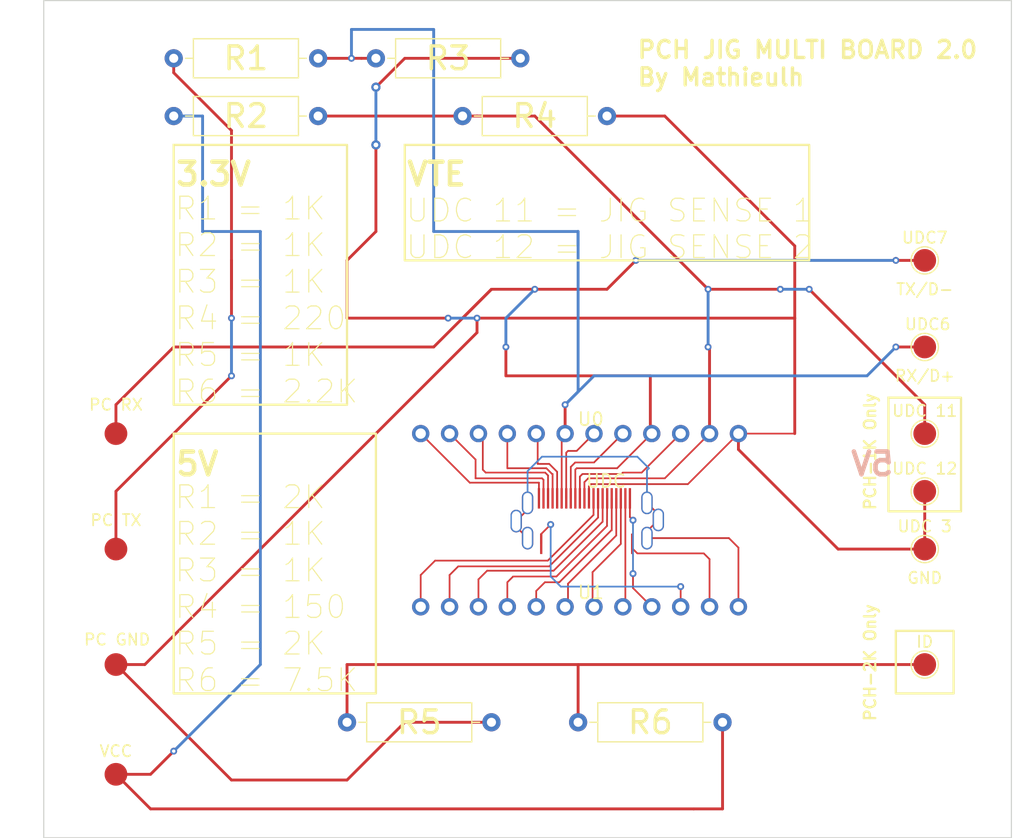
<source format=kicad_pcb>
(kicad_pcb (version 20221018) (generator pcbnew)
  (layers (0 "F.Cu" signal) (31 "B.Cu" signal) (34 "B.Paste" user) (35 "F.Paste" user) (36 "B.SilkS" user "B.Silkscreen") (37 "F.SilkS" user "F.Silkscreen") (38 "B.Mask" user) (39 "F.Mask" user) (44 "Edge.Cuts" user))
  (net 0 "")
  (footprint "TestPoint:TestPoint_Pad_D2.0mm" (layer "F.Cu") (at 109.22 73.66)
    (fp_text reference "UDC 11" (at 0 -1.998) (layer "F.SilkS"))
    (fp_text value "TestPoint_Pad_D2.0mm")
    (fp_circle (center 0 0) (end 0 1.2) (stroke (width 0.12)) (fill none) (layer "F.SilkS"))
    (pad "7" smd circle (at 0 0) (size 2 2) (layers "F.Cu" "F.Mask"))
  )
  (footprint "easyeda:12PAD" (layer "F.Cu") (at 64.897 88.9)
    (fp_text reference "U1" (at 13.716 -1.27) (layer "F.SilkS") (effects (font (size 1.143 1.143) (thickness 0.152)) (justify left)))
    (fp_text value "12pad" hide)
    (pad "1" thru_hole circle (at 0 0) (size 1.524 1.524) (drill 0.914) (layers "*.Cu" "*.Paste" "*.Mask"))
    (pad "2" thru_hole circle (at 2.54 0) (size 1.524 1.524) (drill 0.914) (layers "*.Cu" "*.Paste" "*.Mask"))
    (pad "3" thru_hole circle (at 5.08 0) (size 1.524 1.524) (drill 0.914) (layers "*.Cu" "*.Paste" "*.Mask"))
    (pad "4" thru_hole circle (at 7.62 0) (size 1.524 1.524) (drill 0.914) (layers "*.Cu" "*.Paste" "*.Mask"))
    (pad "5" thru_hole circle (at 10.16 0) (size 1.524 1.524) (drill 0.914) (layers "*.Cu" "*.Paste" "*.Mask"))
    (pad "6" thru_hole circle (at 12.7 0) (size 1.524 1.524) (drill 0.914) (layers "*.Cu" "*.Paste" "*.Mask"))
    (pad "7" thru_hole circle (at 15.24 0) (size 1.524 1.524) (drill 0.914) (layers "*.Cu" "*.Paste" "*.Mask"))
    (pad "8" thru_hole circle (at 17.78 0) (size 1.524 1.524) (drill 0.914) (layers "*.Cu" "*.Paste" "*.Mask"))
    (pad "9" thru_hole circle (at 20.32 0) (size 1.524 1.524) (drill 0.914) (layers "*.Cu" "*.Paste" "*.Mask"))
    (pad "10" thru_hole circle (at 22.86 0) (size 1.524 1.524) (drill 0.914) (layers "*.Cu" "*.Paste" "*.Mask"))
    (pad "11" thru_hole circle (at 25.4 0) (size 1.524 1.524) (drill 0.914) (layers "*.Cu" "*.Paste" "*.Mask"))
    (pad "12" thru_hole circle (at 27.94 0) (size 1.524 1.524) (drill 0.914) (layers "*.Cu" "*.Paste" "*.Mask"))
  )
  (footprint "Resistor_THT:R_Axial_DIN0309_L9.0mm_D3.2mm_P12.70mm_Horizontal" (layer "F.Cu") (at 60.96 40.64)
    (fp_text reference "R3" (at 6.35 0) (layer "F.SilkS") (effects (font (size 2 2) (thickness 0.3))))
    (fp_text value "R_Axial_DIN0309_L9.0mm_D3.2mm_P12.70mm_Horizontal")
    (fp_line (start 1.04 0) (end 1.73 0) (stroke (width 0.12)) (layer "F.SilkS"))
    (fp_line (start 1.73 -1.72) (end 1.73 1.72) (stroke (width 0.12)) (layer "F.SilkS"))
    (fp_line (start 1.73 1.72) (end 10.97 1.72) (stroke (width 0.12)) (layer "F.SilkS"))
    (fp_line (start 10.97 -1.72) (end 1.73 -1.72) (stroke (width 0.12)) (layer "F.SilkS"))
    (fp_line (start 10.97 1.72) (end 10.97 -1.72) (stroke (width 0.12)) (layer "F.SilkS"))
    (fp_line (start 11.66 0) (end 10.97 0) (stroke (width 0.12)) (layer "F.SilkS"))
    (pad "1" thru_hole circle (at 0 0) (size 1.6 1.6) (drill 0.8) (layers "*.Cu" "*.Mask"))
    (pad "2" thru_hole oval (at 12.7 0) (size 1.6 1.6) (drill 0.8) (layers "*.Cu" "*.Mask"))
  )
  (footprint "TestPoint:TestPoint_Pad_D2.0mm" (layer "F.Cu") (at 109.22 78.74)
    (fp_text reference "UDC 12" (at 0 -1.998) (layer "F.SilkS"))
    (fp_text value "TestPoint_Pad_D2.0mm")
    (fp_circle (center 0 0) (end 0 1.2) (stroke (width 0.12)) (fill none) (layer "F.SilkS"))
    (pad "8" smd circle (at 0 0) (size 2 2) (layers "F.Cu" "F.Mask"))
  )
  (footprint "" (layer "F.Cu") (at 38.1 103.637944)
    (fp_text reference "" (at 0 0) (layer "F.SilkS") (effects (font (size 1.27 1.27))))
    (fp_text value "" (at 0 0) (layer "F.SilkS") (effects (font (size 1.27 1.27))))
    (pad "4" smd circle (at 0 0) (size 2 2) (layers "F.Cu" "F.Mask"))
  )
  (footprint "Resistor_THT:R_Axial_DIN0309_L9.0mm_D3.2mm_P12.70mm_Horizontal" (layer "F.Cu") (at 58.42 99.06)
    (fp_text reference "R5" (at 6.35 0) (layer "F.SilkS") (effects (font (size 2 2) (thickness 0.3))))
    (fp_text value "R_Axial_DIN0309_L9.0mm_D3.2mm_P12.70mm_Horizontal")
    (fp_line (start 1.04 0) (end 1.73 0) (stroke (width 0.12)) (layer "F.SilkS"))
    (fp_line (start 1.73 -1.72) (end 1.73 1.72) (stroke (width 0.12)) (layer "F.SilkS"))
    (fp_line (start 1.73 1.72) (end 10.97 1.72) (stroke (width 0.12)) (layer "F.SilkS"))
    (fp_line (start 10.97 -1.72) (end 1.73 -1.72) (stroke (width 0.12)) (layer "F.SilkS"))
    (fp_line (start 10.97 1.72) (end 10.97 -1.72) (stroke (width 0.12)) (layer "F.SilkS"))
    (fp_line (start 11.66 0) (end 10.97 0) (stroke (width 0.12)) (layer "F.SilkS"))
    (pad "1" thru_hole circle (at 0 0) (size 1.6 1.6) (drill 0.8) (layers "*.Cu" "*.Mask"))
    (pad "2" thru_hole oval (at 12.7 0) (size 1.6 1.6) (drill 0.8) (layers "*.Cu" "*.Mask"))
  )
  (footprint "TestPoint:TestPoint_Pad_D2.0mm" (layer "F.Cu") (at 109.22 58.42)
    (fp_text reference "UDC7" (at 0 -1.998) (layer "F.SilkS"))
    (fp_text value "TestPoint_Pad_D2.0mm")
    (fp_circle (center 0 0) (end 0 1.2) (stroke (width 0.12)) (fill none) (layer "F.SilkS"))
    (pad "5" smd circle (at 0 0) (size 2 2) (layers "F.Cu" "F.Mask"))
  )
  (footprint "TestPoint:TestPoint_Pad_D2.0mm" (layer "F.Cu") (at 109.22 93.98)
    (fp_text reference "ID" (at 0 -1.998) (layer "F.SilkS"))
    (fp_text value "TestPoint_Pad_D2.0mm")
    (fp_circle (center 0 0) (end 0 1.2) (stroke (width 0.12)) (fill none) (layer "F.SilkS"))
    (pad "9" smd circle (at 0 0) (size 2 2) (layers "F.Cu" "F.Mask"))
  )
  (footprint "TestPoint:TestPoint_Pad_D2.0mm" (layer "F.Cu") (at 109.22 83.82)
    (fp_text reference "UDC 3" (at 0 -1.998) (layer "F.SilkS"))
    (fp_text value "TestPoint_Pad_D2.0mm")
    (fp_circle (center 0 0) (end 0 1.2) (stroke (width 0.12)) (fill none) (layer "F.SilkS"))
    (pad "9" smd circle (at 0 0) (size 2 2) (layers "F.Cu" "F.Mask"))
  )
  (footprint "Resistor_THT:R_Axial_DIN0309_L9.0mm_D3.2mm_P12.70mm_Horizontal" (layer "F.Cu") (at 68.58 45.72)
    (fp_text reference "R4" (at 6.35 0) (layer "F.SilkS") (effects (font (size 2 2) (thickness 0.3))))
    (fp_text value "R_Axial_DIN0309_L9.0mm_D3.2mm_P12.70mm_Horizontal")
    (fp_line (start 1.04 0) (end 1.73 0) (stroke (width 0.12)) (layer "F.SilkS"))
    (fp_line (start 1.73 -1.72) (end 1.73 1.72) (stroke (width 0.12)) (layer "F.SilkS"))
    (fp_line (start 1.73 1.72) (end 10.97 1.72) (stroke (width 0.12)) (layer "F.SilkS"))
    (fp_line (start 10.97 -1.72) (end 1.73 -1.72) (stroke (width 0.12)) (layer "F.SilkS"))
    (fp_line (start 10.97 1.72) (end 10.97 -1.72) (stroke (width 0.12)) (layer "F.SilkS"))
    (fp_line (start 11.66 0) (end 10.97 0) (stroke (width 0.12)) (layer "F.SilkS"))
    (pad "1" thru_hole circle (at 0 0) (size 1.6 1.6) (drill 0.8) (layers "*.Cu" "*.Mask"))
    (pad "2" thru_hole oval (at 12.7 0) (size 1.6 1.6) (drill 0.8) (layers "*.Cu" "*.Mask"))
  )
  (footprint "TestPoint:TestPoint_Pad_D2.0mm" (layer "F.Cu") (at 109.22 66.04)
    (fp_text reference "UDC6" (at 0.26 -1.998) (layer "F.SilkS"))
    (fp_text value "TestPoint_Pad_D2.0mm")
    (fp_circle (center 0 0) (end 0 1.2) (stroke (width 0.12)) (fill none) (layer "F.SilkS"))
    (pad "6" smd circle (at 0 0) (size 2 2) (layers "F.Cu" "F.Mask"))
  )
  (footprint "Resistor_THT:R_Axial_DIN0309_L9.0mm_D3.2mm_P12.70mm_Horizontal" (layer "F.Cu") (at 43.18 45.72)
    (fp_text reference "R2" (at 6.35 0) (layer "F.SilkS") (effects (font (size 2 2) (thickness 0.3))))
    (fp_text value "R_Axial_DIN0309_L9.0mm_D3.2mm_P12.70mm_Horizontal")
    (fp_line (start 1.04 0) (end 1.73 0) (stroke (width 0.12)) (layer "F.SilkS"))
    (fp_line (start 1.73 -1.72) (end 1.73 1.72) (stroke (width 0.12)) (layer "F.SilkS"))
    (fp_line (start 1.73 1.72) (end 10.97 1.72) (stroke (width 0.12)) (layer "F.SilkS"))
    (fp_line (start 10.97 -1.72) (end 1.73 -1.72) (stroke (width 0.12)) (layer "F.SilkS"))
    (fp_line (start 10.97 1.72) (end 10.97 -1.72) (stroke (width 0.12)) (layer "F.SilkS"))
    (fp_line (start 11.66 0) (end 10.97 0) (stroke (width 0.12)) (layer "F.SilkS"))
    (pad "1" thru_hole circle (at 0 0) (size 1.6 1.6) (drill 0.8) (layers "*.Cu" "*.Mask"))
    (pad "2" thru_hole oval (at 12.7 0) (size 1.6 1.6) (drill 0.8) (layers "*.Cu" "*.Mask"))
  )
  (footprint "Resistor_THT:R_Axial_DIN0309_L9.0mm_D3.2mm_P12.70mm_Horizontal" (layer "F.Cu") (at 43.18 40.64)
    (fp_text reference "R1" (at 6.35 0) (layer "F.SilkS") (effects (font (size 2 2) (thickness 0.3))))
    (fp_text value "R_Axial_DIN0309_L9.0mm_D3.2mm_P12.70mm_Horizontal")
    (fp_line (start 1.04 0) (end 1.73 0) (stroke (width 0.12)) (layer "F.SilkS"))
    (fp_line (start 1.73 -1.72) (end 1.73 1.72) (stroke (width 0.12)) (layer "F.SilkS"))
    (fp_line (start 1.73 1.72) (end 10.97 1.72) (stroke (width 0.12)) (layer "F.SilkS"))
    (fp_line (start 10.97 -1.72) (end 1.73 -1.72) (stroke (width 0.12)) (layer "F.SilkS"))
    (fp_line (start 10.97 1.72) (end 10.97 -1.72) (stroke (width 0.12)) (layer "F.SilkS"))
    (fp_line (start 11.66 0) (end 10.97 0) (stroke (width 0.12)) (layer "F.SilkS"))
    (pad "1" thru_hole circle (at 0 0) (size 1.6 1.6) (drill 0.8) (layers "*.Cu" "*.Mask"))
    (pad "2" thru_hole oval (at 12.7 0) (size 1.6 1.6) (drill 0.8) (layers "*.Cu" "*.Mask"))
  )
  (footprint "easyeda:12PAD" (layer "F.Cu") (at 64.897 73.66)
    (fp_text reference "U0" (at 13.716 -1.27) (layer "F.SilkS") (effects (font (size 1.143 1.143) (thickness 0.152)) (justify left)))
    (fp_text value "12pad" hide)
    (pad "1" thru_hole circle (at 0 0) (size 1.524 1.524) (drill 0.914) (layers "*.Cu" "*.Paste" "*.Mask"))
    (pad "2" thru_hole circle (at 2.54 0) (size 1.524 1.524) (drill 0.914) (layers "*.Cu" "*.Paste" "*.Mask"))
    (pad "3" thru_hole circle (at 5.08 0) (size 1.524 1.524) (drill 0.914) (layers "*.Cu" "*.Paste" "*.Mask"))
    (pad "4" thru_hole circle (at 7.62 0) (size 1.524 1.524) (drill 0.914) (layers "*.Cu" "*.Paste" "*.Mask"))
    (pad "5" thru_hole circle (at 10.16 0) (size 1.524 1.524) (drill 0.914) (layers "*.Cu" "*.Paste" "*.Mask"))
    (pad "6" thru_hole circle (at 12.7 0) (size 1.524 1.524) (drill 0.914) (layers "*.Cu" "*.Paste" "*.Mask"))
    (pad "7" thru_hole circle (at 15.24 0) (size 1.524 1.524) (drill 0.914) (layers "*.Cu" "*.Paste" "*.Mask"))
    (pad "8" thru_hole circle (at 17.78 0) (size 1.524 1.524) (drill 0.914) (layers "*.Cu" "*.Paste" "*.Mask"))
    (pad "9" thru_hole circle (at 20.32 0) (size 1.524 1.524) (drill 0.914) (layers "*.Cu" "*.Paste" "*.Mask"))
    (pad "10" thru_hole circle (at 22.86 0) (size 1.524 1.524) (drill 0.914) (layers "*.Cu" "*.Paste" "*.Mask"))
    (pad "11" thru_hole circle (at 25.4 0) (size 1.524 1.524) (drill 0.914) (layers "*.Cu" "*.Paste" "*.Mask"))
    (pad "12" thru_hole circle (at 27.94 0) (size 1.524 1.524) (drill 0.914) (layers "*.Cu" "*.Paste" "*.Mask"))
  )
  (footprint "easyeda:VITA_CONNECTOR" (layer "F.Cu") (at 74.295 79.756)
    (fp_text reference "UDC" (at 5.064 -1.924) (layer "F.SilkS") (effects (font (size 1.143 1.143) (thickness 0.152)) (justify left)))
    (fp_text value "Vita_Connector" hide)
    (pad "1" smd rect (at 1 -0.4) (size 0.2 1.8) (layers "F.Cu" "F.Paste" "F.Mask"))
    (pad "2" smd rect (at 1.4 -0.4) (size 0.2 1.8) (layers "F.Cu" "F.Paste" "F.Mask"))
    (pad "3" smd rect (at 1.8 -0.4) (size 0.2 1.8) (layers "F.Cu" "F.Paste" "F.Mask"))
    (pad "4" smd rect (at 2.2 -0.4) (size 0.2 1.8) (layers "F.Cu" "F.Paste" "F.Mask"))
    (pad "5" smd rect (at 2.6 -0.4) (size 0.2 1.8) (layers "F.Cu" "F.Paste" "F.Mask"))
    (pad "6" smd rect (at 3 -0.4) (size 0.2 1.8) (layers "F.Cu" "F.Paste" "F.Mask"))
    (pad "7" smd rect (at 3.4 -0.4) (size 0.2 1.8) (layers "F.Cu" "F.Paste" "F.Mask"))
    (pad "8" smd rect (at 3.8 -0.4) (size 0.2 1.8) (layers "F.Cu" "F.Paste" "F.Mask"))
    (pad "9" smd rect (at 4.2 -0.4) (size 0.2 1.8) (layers "F.Cu" "F.Paste" "F.Mask"))
    (pad "10" smd rect (at 4.6 -0.4) (size 0.2 1.8) (layers "F.Cu" "F.Paste" "F.Mask"))
    (pad "11" smd rect (at 5 -0.4) (size 0.2 1.8) (layers "F.Cu" "F.Paste" "F.Mask"))
    (pad "12" smd rect (at 5.4 -0.4) (size 0.2 1.8) (layers "F.Cu" "F.Paste" "F.Mask"))
    (pad "13" smd rect (at 5.8 -0.4) (size 0.2 1.8) (layers "F.Cu" "F.Paste" "F.Mask"))
    (pad "14" smd rect (at 6.2 -0.4) (size 0.2 1.8) (layers "F.Cu" "F.Paste" "F.Mask"))
    (pad "15" smd rect (at 6.6 -0.4) (size 0.2 1.8) (layers "F.Cu" "F.Paste" "F.Mask"))
    (pad "16" smd rect (at 7 -0.4) (size 0.2 1.8) (layers "F.Cu" "F.Paste" "F.Mask"))
    (pad "17" smd rect (at 7.4 -0.4) (size 0.2 1.8) (layers "F.Cu" "F.Paste" "F.Mask"))
    (pad "18" smd rect (at 7.8 -0.4) (size 0.2 1.8) (layers "F.Cu" "F.Paste" "F.Mask"))
    (pad "19" smd rect (at 8.2 -0.4) (size 0.2 1.8) (layers "F.Cu" "F.Paste" "F.Mask"))
    (pad "20" smd rect (at 8.6 -0.4) (size 0.2 1.8) (layers "F.Cu" "F.Paste" "F.Mask"))
    (pad "21" smd rect (at 9 -0.4) (size 0.2 1.8) (layers "F.Cu" "F.Paste" "F.Mask"))
    (pad "22" smd rect (at 1.2 3.6) (size 0.2 1.8) (layers "F.Cu" "F.Paste" "F.Mask"))
    (pad "23" smd rect (at 9.2 3.6) (size 0.2 1.8) (layers "F.Cu" "F.Paste" "F.Mask"))
    (pad "24" thru_hole oval (at 0 0) (size 1 2) (drill oval 0.75 1.75) (layers "*.Cu" "*.Paste" "*.Mask"))
    (pad "25" thru_hole oval (at 0 3.1) (size 1 2) (drill oval 0.75 1.75) (layers "*.Cu" "*.Paste" "*.Mask"))
    (pad "26" thru_hole oval (at -1 1.6) (size 1 2) (drill oval 0.75 1.75) (layers "*.Cu" "*.Paste" "*.Mask"))
    (pad "27" thru_hole oval (at 10.5 3.1) (size 1 2) (drill oval 0.75 1.75) (layers "*.Cu" "*.Paste" "*.Mask"))
    (pad "28" thru_hole oval (at 10.5 0) (size 1 2) (drill oval 0.75 1.75) (layers "*.Cu" "*.Paste" "*.Mask"))
    (pad "29" thru_hole oval (at 11.5 1.5) (size 1 2) (drill oval 0.75 1.75) (layers "*.Cu" "*.Paste" "*.Mask"))
  )
  (footprint "" (layer "F.Cu") (at 38.1 73.66)
    (fp_text reference "" (at 0 0) (layer "F.SilkS") (effects (font (size 1.27 1.27))))
    (fp_text value "" (at 0 0) (layer "F.SilkS") (effects (font (size 1.27 1.27))))
    (pad "1" smd circle (at 0 0) (size 2 2) (layers "F.Cu" "F.Mask"))
  )
  (footprint "" (layer "F.Cu") (at 38.1 93.98)
    (fp_text reference "" (at 0 0) (layer "F.SilkS") (effects (font (size 1.27 1.27))))
    (fp_text value "" (at 0 0) (layer "F.SilkS") (effects (font (size 1.27 1.27))))
    (pad "3" smd circle (at 0 0) (size 2 2) (layers "F.Cu" "F.Mask"))
  )
  (footprint "Resistor_THT:R_Axial_DIN0309_L9.0mm_D3.2mm_P12.70mm_Horizontal" (layer "F.Cu") (at 78.74 99.06)
    (fp_text reference "R6" (at 6.35 0) (layer "F.SilkS") (effects (font (size 2 2) (thickness 0.3))))
    (fp_text value "R_Axial_DIN0309_L9.0mm_D3.2mm_P12.70mm_Horizontal")
    (fp_line (start 1.04 0) (end 1.73 0) (stroke (width 0.12)) (layer "F.SilkS"))
    (fp_line (start 1.73 -1.72) (end 1.73 1.72) (stroke (width 0.12)) (layer "F.SilkS"))
    (fp_line (start 1.73 1.72) (end 10.97 1.72) (stroke (width 0.12)) (layer "F.SilkS"))
    (fp_line (start 10.97 -1.72) (end 1.73 -1.72) (stroke (width 0.12)) (layer "F.SilkS"))
    (fp_line (start 10.97 1.72) (end 10.97 -1.72) (stroke (width 0.12)) (layer "F.SilkS"))
    (fp_line (start 11.66 0) (end 10.97 0) (stroke (width 0.12)) (layer "F.SilkS"))
    (pad "1" thru_hole circle (at 0 0) (size 1.6 1.6) (drill 0.8) (layers "*.Cu" "*.Mask"))
    (pad "2" thru_hole oval (at 12.7 0) (size 1.6 1.6) (drill 0.8) (layers "*.Cu" "*.Mask"))
  )
  (footprint "" (layer "F.Cu") (at 38.1 83.82)
    (fp_text reference "" (at 0 0) (layer "F.SilkS") (effects (font (size 1.27 1.27))))
    (fp_text value "" (at 0 0) (layer "F.SilkS") (effects (font (size 1.27 1.27))))
    (pad "2" smd circle (at 0 0) (size 2 2) (layers "F.Cu" "F.Mask"))
  )
  (gr_line (start 109.22 93.98) (end 58.42 93.98) (stroke (width 0.25)) (layer "F.Cu"))
  (gr_line (start 58.42 93.98) (end 58.42 99.06) (stroke (width 0.25)) (layer "F.Cu"))
  (gr_rect (start 106.68 91.02) (end 111.76 96.52) (stroke (width 0.2)) (fill none) (layer "F.SilkS"))
  (gr_rect (start 43.18 73.66) (end 60.96 96.52) (stroke (width 0.2)) (fill none) (layer "F.SilkS"))
  (gr_rect (start 43.18 48.26) (end 58.42 71.12) (stroke (width 0.2)) (fill none) (layer "F.SilkS"))
  (gr_rect (start 63.5 48.26) (end 99.06 58.42) (stroke (width 0.2)) (fill none) (layer "F.SilkS"))
  (gr_rect (start 106.03 70.5) (end 112.41 80.5) (stroke (width 0.2)) (fill none) (layer "F.SilkS"))
  (gr_rect (start 31.75 35.56) (end 116.84 109.22) (stroke (width 0.1)) (fill none) (layer "Edge.Cuts"))
  (gr_text "5V" (at 106.68 77.5) (layer "B.SilkS") (effects (font (size 2 2) (thickness 0.4) bold) (justify left bottom mirror)))
  (gr_text "PCH-1K Only" (at 105 80.5 90) (layer "F.SilkS") (effects (font (size 1 1) (thickness 0.2)) (justify left bottom)))
  (gr_text "PC GND" (at 38.202681 91.783349) (layer "F.SilkS") (effects (font (size 1 1))))
  (gr_text "UDC 11 = JIG SENSE 1\nUDC 12 = JIG SENSE 2" (at 63.5 58.42) (layer "F.SilkS") (effects (font (size 2 2) (thickness 0.1)) (justify left bottom)))
  (gr_text "PCH-2K Only" (at 105 99.06 90) (layer "F.SilkS") (effects (font (size 1 1) (thickness 0.2)) (justify left bottom)))
  (gr_text "TX/D-" (at 109.22 60.96) (layer "F.SilkS") (effects (font (size 1 1))))
  (gr_text "VTE" (at 63.5 52) (layer "F.SilkS") (effects (font (size 2 2) (thickness 0.4) bold) (justify left bottom)))
  (gr_text "R1 = 2K\nR2 = 1K\nR3 = 1K\nR4 = 150\nR5 = 2K\nR6 = 7.5K" (at 43.18 96.52) (layer "F.SilkS") (effects (font (size 2 2) (thickness 0.1)) (justify left bottom)))
  (gr_text "PC RX" (at 38.1 71.12) (layer "F.SilkS") (effects (font (size 1 1))))
  (gr_text "GND" (at 109.22 86.36) (layer "F.SilkS") (effects (font (size 1 1))))
  (gr_text "RX/D+" (at 109.22 68.58) (layer "F.SilkS") (effects (font (size 1 1))))
  (gr_text "R1 = 1K\nR2 = 1K	\nR3 = 1K\nR4 = 220\nR5 = 1K\nR6 = 2.2K" (at 43.18 71.12) (layer "F.SilkS") (effects (font (size 2 2) (thickness 0.1)) (justify left bottom)))
  (gr_text "PC TX" (at 38.1 81.28) (layer "F.SilkS") (effects (font (size 1 1))))
  (gr_text "3.3V" (at 43.18 52) (layer "F.SilkS") (effects (font (size 2 2) (thickness 0.4) bold) (justify left bottom)))
  (gr_text "VCC" (at 38.1 101.6) (layer "F.SilkS") (effects (font (size 1 1))))
  (gr_text "PCH JIG MULTI BOARD 2.0\nBy Mathieulh" (at 83.82 43.18) (layer "F.SilkS") (effects (font (size 1.5 1.5) (thickness 0.3) bold) (justify left bottom)))
  (gr_text "5V" (at 43.18 77.5) (layer "F.SilkS") (effects (font (size 2 2) (thickness 0.4) bold) (justify left bottom)))
  (segment (start 76.835 86.233) (end 73.025 86.233) (width 0.15) (layer "F.Cu") (net 0))
  (segment (start 76.095 77.343) (end 75.841 77.089) (width 0.15) (layer "F.Cu") (net 0))
  (segment (start 82.095 79.356) (end 82.095 82.624) (width 0.15) (layer "F.Cu") (net 0))
  (segment (start 82.895 88.682) (end 82.677 88.9) (width 0.15) (layer "F.Cu") (net 0))
  (segment (start 76.2 85.344) (end 68.199 85.344) (width 0.15) (layer "F.Cu") (net 0))
  (segment (start 76.581 85.725) (end 70.739 85.725) (width 0.15) (layer "F.Cu") (net 0))
  (segment (start 79.121 77.216) (end 82.55 77.216) (width 0.15) (layer "F.Cu") (net 0))
  (segment (start 64.897 86.106) (end 64.897 88.9) (width 0.15) (layer "F.Cu") (net 0))
  (segment (start 68.58 45.72) (end 69.85 45.72) (width 0.25) (layer "F.Cu") (net 0))
  (segment (start 83.947 84.201) (end 89.789 84.201) (width 0.15) (layer "F.Cu") (net 0))
  (segment (start 81.695 82.169) (end 81.661 82.169) (width 0.15) (layer "F.Cu") (net 0))
  (segment (start 84.795 82.256) (end 84.795 82.856) (width 0.15) (layer "F.Cu") (net 0))
  (segment (start 48.26 58.42) (end 48.26 46.99) (width 0.25) (layer "F.Cu") (net 0))
  (segment (start 69.85 64.77) (end 40.64 93.98) (width 0.25) (layer "F.Cu") (net 0))
  (segment (start 68.199 85.344) (end 67.437 86.106) (width 0.15) (layer "F.Cu") (net 0))
  (segment (start 69.215 77.978) (end 64.897 73.66) (width 0.15) (layer "F.Cu") (net 0))
  (segment (start 101.6 83.82) (end 109.22 83.82) (width 0.25) (layer "F.Cu") (net 0))
  (segment (start 84.795 82.856) (end 92 82.856) (width 0.15) (layer "F.Cu") (net 0))
  (segment (start 81.295 79.357) (end 81.28 81.788) (width 0.15) (layer "F.Cu") (net 0))
  (segment (start 77.695 75.34) (end 77.851 75.184) (width 0.15) (layer "F.Cu") (net 0))
  (segment (start 76.454 77.216) (end 75.946 76.708) (width 0.15) (layer "F.Cu") (net 0))
  (segment (start 79.695 79.356) (end 79.695 78.293) (width 0.15) (layer "F.Cu") (net 0))
  (segment (start 75.495 82.493) (end 76.327 81.661) (width 0.15) (layer "F.Cu") (net 0))
  (segment (start 84.328 77.089) (end 87.757 73.66) (width 0.15) (layer "F.Cu") (net 0))
  (segment (start 48.26 58.42) (end 48.26 63.5) (width 0.25) (layer "F.Cu") (net 0))
  (segment (start 38.1 78.74) (end 38.1 83.82) (width 0.25) (layer "F.Cu") (net 0))
  (segment (start 48.26 60.96) (end 48.26 58.42) (width 0.25) (layer "F.Cu") (net 0))
  (segment (start 66.04 66.04) (end 71.12 60.96) (width 0.25) (layer "F.Cu") (net 0))
  (segment (start 73.025 86.233) (end 72.517 86.741) (width 0.15) (layer "F.Cu") (net 0))
  (segment (start 76.095 79.356) (end 76.095 77.343) (width 0.15) (layer "F.Cu") (net 0))
  (segment (start 81.28 60.96) (end 83.82 58.42) (width 0.25) (layer "F.Cu") (net 0))
  (segment (start 82.895 79.356) (end 82.895 88.682) (width 0.15) (layer "F.Cu") (net 0))
  (segment (start 70.612 77.089) (end 70.358 76.835) (width 0.15) (layer "F.Cu") (net 0))
  (segment (start 80.095 79.356) (end 80.095 80.814) (width 0.15) (layer "F.Cu") (net 0))
  (segment (start 90.17 60.96) (end 74.93 45.72) (width 0.25) (layer "F.Cu") (net 0))
  (segment (start 73.295 81.856) (end 73.295 81.356) (width 0.15) (layer "F.Cu") (net 0))
  (segment (start 59.69 40.64) (end 60.96 40.64) (width 0.25) (layer "F.Cu") (net 0))
  (segment (start 75.819 86.741) (end 75.057 87.503) (width 0.15) (layer "F.Cu") (net 0))
  (segment (start 83.495 83.749) (end 83.947 84.201) (width 0.15) (layer "F.Cu") (net 0))
  (segment (start 75.295 77.978) (end 69.215 77.978) (width 0.15) (layer "F.Cu") (net 0))
  (segment (start 82.495 83.367) (end 80.01 85.852) (width 0.15) (layer "F.Cu") (net 0))
  (segment (start 80.495 81.049) (end 76.2 85.344) (width 0.15) (layer "F.Cu") (net 0))
  (segment (start 78.895 79.356) (end 78.895 77.442) (width 0.15) (layer "F.Cu") (net 0))
  (segment (start 97.79 57.15) (end 97.79 63.5) (width 0.25) (layer "F.Cu") (net 0))
  (segment (start 74.93 60.96) (end 81.28 60.96) (width 0.25) (layer "F.Cu") (net 0))
  (segment (start 77.695 79.356) (end 77.695 75.34) (width 0.15) (layer "F.Cu") (net 0))
  (segment (start 58.42 58.42) (end 60.96 55.88) (width 0.25) (layer "F.Cu") (net 0))
  (segment (start 75.495 83.356) (end 75.495 82.493) (width 0.15) (layer "F.Cu") (net 0))
  (segment (start 81.28 81.788) (end 76.835 86.233) (width 0.15) (layer "F.Cu") (net 0))
  (segment (start 77.089 86.741) (end 75.819 86.741) (width 0.15) (layer "F.Cu") (net 0))
  (segment (start 75.695 79.356) (end 75.695 77.724) (width 0.15) (layer "F.Cu") (net 0))
  (segment (start 80.01 85.852) (end 80.01 88.773) (width 0.15) (layer "F.Cu") (net 0))
  (segment (start 75.295 79.356) (end 75.295 77.978) (width 0.15) (layer "F.Cu") (net 0))
  (segment (start 79.295 77.931) (end 79.629 77.597) (width 0.15) (layer "F.Cu") (net 0))
  (segment (start 66.167 84.836) (end 64.897 86.106) (width 0.15) (layer "F.Cu") (net 0))
  (segment (start 83.295 81.009) (end 83.566 81.28) (width 0.15) (layer "F.Cu") (net 0))
  (segment (start 81.661 82.169) (end 77.089 86.741) (width 0.15) (layer "F.Cu") (net 0))
  (segment (start 87.757 87.122) (end 87.757 88.9) (width 0.15) (layer "F.Cu") (net 0))
  (segment (start 76.895 77.022) (end 76.2 76.327) (width 0.15) (layer "F.Cu") (net 0))
  (segment (start 85.09 68.58) (end 72.39 68.58) (width 0.25) (layer "F.Cu") (net 0))
  (segment (start 84.795 79.756) (end 85.795 80.756) (width 0.15) (layer "F.Cu") (net 0))
  (segment (start 75.695 77.724) (end 75.568 77.597) (width 0.15) (layer "F.Cu") (net 0))
  (segment (start 40.64 93.98) (end 38.1 93.98) (width 0.25) (layer "F.Cu") (net 0))
  (segment (start 82.095 82.624) (end 77.851 86.868) (width 0.15) (layer "F.Cu") (net 0))
  (segment (start 90.17 60.96) (end 96.52 60.96) (width 0.25) (layer "F.Cu") (net 0))
  (segment (start 79.883 78.105) (end 88.392 78.105) (width 0.15) (layer "F.Cu") (net 0))
  (segment (start 48.26 46.99) (end 43.18 41.91) (width 0.25) (layer "F.Cu") (net 0))
  (segment (start 43.18 101.6) (end 41.142056 103.637944) (width 0.25) (layer "F.Cu") (net 0))
  (segment (start 88.392 78.105) (end 92.837 73.66) (width 0.15) (layer "F.Cu") (net 0))
  (segment (start 48.26 68.58) (end 38.1 78.74) (width 0.25) (layer "F.Cu") (net 0))
  (segment (start 69.723 75.946) (end 67.437 73.66) (width 0.15) (layer "F.Cu") (net 0))
  (segment (start 91.44 99.06) (end 91.44 106.68) (width 0.25) (layer "F.Cu") (net 0))
  (segment (start 80.495 79.356) (end 80.495 81.049) (width 0.15) (layer "F.Cu") (net 0))
  (segment (start 63.5 40.64) (end 73.66 40.64) (width 0.25) (layer "F.Cu") (net 0))
  (segment (start 97.79 63.5) (end 97.79 73.66) (width 0.25) (layer "F.Cu") (net 0))
  (segment (start 77.851 88.646) (end 77.597 88.9) (width 0.15) (layer "F.Cu") (net 0))
  (segment (start 60.96 55.88) (end 60.96 48.26) (width 0.25) (layer "F.Cu") (net 0))
  (segment (start 77.851 86.868) (end 77.851 88.646) (width 0.15) (layer "F.Cu") (net 0))
  (segment (start 41.142056 106.68) (end 38.1 103.637944) (width 0.25) (layer "F.Cu") (net 0))
  (segment (start 77.597 71.12) (end 77.597 73.66) (width 0.25) (layer "F.Cu") (net 0))
  (segment (start 86.36 45.72) (end 81.28 45.72) (width 0.25) (layer "F.Cu") (net 0))
  (segment (start 67.437 86.106) (end 67.437 88.9) (width 0.15) (layer "F.Cu") (net 0))
  (segment (start 81.695 79.356) (end 81.695 82.169) (width 0.15) (layer "F.Cu") (net 0))
  (segment (start 78.486 76.2) (end 80.137 76.2) (width 0.15) (layer "F.Cu") (net 0))
  (segment (start 77.295 73.962) (end 77.597 73.66) (width 0.15) (layer "F.Cu") (net 0))
  (segment (start 78.495 79.356) (end 78.495 76.826) (width 0.15) (layer "F.Cu") (net 0))
  (segment (start 83.495 83.356) (end 83.495 83.749) (width 0.15) (layer "F.Cu") (net 0))
  (segment (start 89.789 84.201) (end 90.297 84.709) (width 0.15) (layer "F.Cu") (net 0))
  (segment (start 69.85 63.5) (end 97.79 63.5) (width 0.25) (layer "F.Cu") (net 0))
  (segment (start 82.495 79.356) (end 82.495 83.367) (width 0.15) (layer "F.Cu") (net 0))
  (segment (start 83.566 87.249) (end 85.217 88.9) (width 0.15) (layer "F.Cu") (net 0))
  (segment (start 80.137 76.2) (end 82.677 73.66) (width 0.15) (layer "F.Cu") (net 0))
  (segment (start 90.297 84.709) (end 90.297 88.9) (width 0.15) (layer "F.Cu") (net 0))
  (segment (start 74.295 82.856) (end 73.295 81.856) (width 0.15) (layer "F.Cu") (net 0))
  (segment (start 41.142056 103.637944) (end 38.1 103.637944) (width 0.25) (layer "F.Cu") (net 0))
  (segment (start 48.26 104.14) (end 38.1 93.98) (width 0.25) (layer "F.Cu") (net 0))
  (segment (start 91.44 106.68) (end 88.9 106.68) (width 0.25) (layer "F.Cu") (net 0))
  (segment (start 90.17 66.04) (end 90.297 66.167) (width 0.25) (layer "F.Cu") (net 0))
  (segment (start 77.295 79.356) (end 77.295 73.962) (width 0.15) (layer "F.Cu") (net 0))
  (segment (start 79.629 77.597) (end 86.36 77.597) (width 0.15) (layer "F.Cu") (net 0))
  (segment (start 85.795 81.256) (end 84.795 82.256) (width 0.15) (layer "F.Cu") (net 0))
  (segment (start 80.895 81.411) (end 76.581 85.725) (width 0.15) (layer "F.Cu") (net 0))
  (segment (start 82.55 77.216) (end 82.677 77.089) (width 0.15) (layer "F.Cu") (net 0))
  (segment (start 106.68 66.04) (end 109.22 66.04) (width 0.25) (layer "F.Cu") (net 0))
  (segment (start 55.88 40.64) (end 59.69 40.64) (width 0.25) (layer "F.Cu") (net 0))
  (segment (start 109.22 78.74) (end 109.22 83.82) (width 0.25) (layer "F.Cu") (net 0))
  (segment (start 68.58 63.5) (end 71.12 60.96) (width 0.25) (layer "F.Cu") (net 0))
  (segment (start 63.5 99.06) (end 58.42 104.14) (width 0.25) (layer "F.Cu") (net 0))
  (segment (start 83.295 79.356) (end 83.295 81.009) (width 0.15) (layer "F.Cu") (net 0))
  (segment (start 101.6 83.82) (end 92.837 75.057) (width 0.25) (layer "F.Cu") (net 0))
  (segment (start 82.677 77.089) (end 84.328 77.089) (width 0.15) (layer "F.Cu") (net 0))
  (segment (start 75.841 77.089) (end 70.612 77.089) (width 0.15) (layer "F.Cu") (net 0))
  (segment (start 106.68 58.42) (end 109.22 58.42) (width 0.25) (layer "F.Cu") (net 0))
  (segment (start 91.44 50.8) (end 97.79 57.15) (width 0.25) (layer "F.Cu") (net 0))
  (segment (start 69.723 77.597) (end 69.723 75.946) (width 0.15) (layer "F.Cu") (net 0))
  (segment (start 91.44 50.8) (end 86.36 45.72) (width 0.25) (layer "F.Cu") (net 0))
  (segment (start 78.895 77.442) (end 79.121 77.216) (width 0.15) (layer "F.Cu") (net 0))
  (segment (start 99.06 60.96) (end 109.22 71.12) (width 0.25) (layer "F.Cu") (net 0))
  (segment (start 92.837 83.693) (end 92.837 88.9) (width 0.15) (layer "F.Cu") (net 0))
  (segment (start 69.977 86.487) (end 69.977 88.9) (width 0.15) (layer "F.Cu") (net 0))
  (segment (start 72.39 68.58) (end 72.39 66.04) (width 0.25) (layer "F.Cu") (net 0))
  (segment (start 38.1 71.12) (end 38.1 73.66) (width 0.25) (layer "F.Cu") (net 0))
  (segment (start 76.495 79.356) (end 76.495 77.216) (width 0.15) (layer "F.Cu") (net 0))
  (segment (start 72.517 76.708) (end 72.517 73.66) (width 0.15) (layer "F.Cu") (net 0))
  (segment (start 75.184 76.327) (end 75.184 73.787) (width 0.15) (layer "F.Cu") (net 0))
  (segment (start 75.946 76.708) (end 72.517 76.708) (width 0.15) (layer "F.Cu") (net 0))
  (segment (start 78.095 79.356) (end 78.095 76.591) (width 0.15) (layer "F.Cu") (net 0))
  (segment (start 85.09 73.66) (end 85.09 68.58) (width 0.25) (layer "F.Cu") (net 0))
  (segment (start 86.36 77.597) (end 90.297 73.66) (width 0.15) (layer "F.Cu") (net 0))
  (segment (start 55.88 45.72) (end 68.58 45.72) (width 0.25) (layer "F.Cu") (net 0))
  (segment (start 80.895 79.356) (end 80.895 81.411) (width 0.15) (layer "F.Cu") (net 0))
  (segment (start 78.74 99.06) (end 78.74 93.98) (width 0.25) (layer "F.Cu") (net 0))
  (segment (start 75.568 77.597) (end 69.723 77.597) (width 0.15) (layer "F.Cu") (net 0))
  (segment (start 78.495 76.826) (end 78.613 76.708) (width 0.15) (layer "F.Cu") (net 0))
  (segment (start 92 82.856) (end 92.837 83.693) (width 0.15) (layer "F.Cu") (net 0))
  (segment (start 43.18 41.91) (end 43.18 40.64) (width 0.25) (layer "F.Cu") (net 0))
  (segment (start 83.566 85.979) (end 83.566 87.249) (width 0.15) (layer "F.Cu") (net 0))
  (segment (start 78.613 76.708) (end 82.169 76.708) (width 0.15) (layer "F.Cu") (net 0))
  (segment (start 92.837 73.66) (end 97.79 73.66) (width 0.15) (layer "F.Cu") (net 0))
  (segment (start 75.057 87.503) (end 75.057 88.9) (width 0.15) (layer "F.Cu") (net 0))
  (segment (start 70.358 76.835) (end 70.358 74.041) (width 0.15) (layer "F.Cu") (net 0))
  (segment (start 58.42 104.14) (end 48.26 104.14) (width 0.25) (layer "F.Cu") (net 0))
  (segment (start 43.18 66.04) (end 66.04 66.04) (width 0.25) (layer "F.Cu") (net 0))
  (segment (start 70.358 74.041) (end 69.977 73.66) (width 0.15) (layer "F.Cu") (net 0))
  (segment (start 78.613 75.184) (end 80.137 73.66) (width 0.15) (layer "F.Cu") (net 0))
  (segment (start 58.42 63.5) (end 67.31 63.5) (width 0.25) (layer "F.Cu") (net 0))
  (segment (start 92.837 75.057) (end 92.837 73.66) (width 0.25) (layer "F.Cu") (net 0))
  (segment (start 85.795 80.756) (end 85.795 81.256) (width 0.15) (layer "F.Cu") (net 0))
  (segment (start 74.295 80.356) (end 74.295 79.756) (width 0.15) (layer "F.Cu") (net 0))
  (segment (start 82.169 76.708) (end 85.217 73.66) (width 0.15) (layer "F.Cu") (net 0))
  (segment (start 79.295 79.356) (end 79.295 77.931) (width 0.15) (layer "F.Cu") (net 0))
  (segment (start 71.12 99.06) (end 63.5 99.06) (width 0.25) (layer "F.Cu") (net 0))
  (segment (start 88.9 106.68) (end 41.142056 106.68) (width 0.25) (layer "F.Cu") (net 0))
  (segment (start 80.095 80.814) (end 76.073 84.836) (width 0.15) (layer "F.Cu") (net 0))
  (segment (start 80.01 88.773) (end 80.137 88.9) (width 0.15) (layer "F.Cu") (net 0))
  (segment (start 75.184 73.787) (end 75.057 73.66) (width 0.15) (layer "F.Cu") (net 0))
  (segment (start 109.22 71.12) (end 109.22 73.66) (width 0.25) (layer "F.Cu") (net 0))
  (segment (start 90.297 66.167) (end 90.297 73.66) (width 0.25) (layer "F.Cu") (net 0))
  (segment (start 73.295 81.356) (end 74.295 80.356) (width 0.15) (layer "F.Cu") (net 0))
  (segment (start 70.739 85.725) (end 69.977 86.487) (width 0.15) (layer "F.Cu") (net 0))
  (segment (start 76.073 84.836) (end 66.167 84.836) (width 0.15) (layer "F.Cu") (net 0))
  (segment (start 71.12 60.96) (end 74.93 60.96) (width 0.25) (layer "F.Cu") (net 0))
  (segment (start 77.851 75.184) (end 78.613 75.184) (width 0.15) (layer "F.Cu") (net 0))
  (segment (start 58.42 63.5) (end 58.42 58.42) (width 0.25) (layer "F.Cu") (net 0))
  (segment (start 69.85 45.72) (end 74.93 45.72) (width 0.25) (layer "F.Cu") (net 0))
  (segment (start 60.96 43.18) (end 63.5 40.64) (width 0.25) (layer "F.Cu") (net 0))
  (segment (start 79.695 78.293) (end 79.883 78.105) (width 0.15) (layer "F.Cu") (net 0))
  (segment (start 76.895 79.356) (end 76.895 77.022) (width 0.15) (layer "F.Cu") (net 0))
  (segment (start 43.18 66.04) (end 38.1 71.12) (width 0.25) (layer "F.Cu") (net 0))
  (segment (start 72.517 86.741) (end 72.517 88.9) (width 0.15) (layer "F.Cu") (net 0))
  (segment (start 76.2 76.327) (end 75.184 76.327) (width 0.15) (layer "F.Cu") (net 0))
  (segment (start 69.85 63.5) (end 69.85 64.77) (width 0.25) (layer "F.Cu") (net 0))
  (segment (start 76.495 77.216) (end 76.454 77.216) (width 0.15) (layer "F.Cu") (net 0))
  (segment (start 78.095 76.591) (end 78.486 76.2) (width 0.15) (layer "F.Cu") (net 0))
  (via (at 77.597 71.12) (size 0.6) (drill 0.3) (layers "F.Cu" "B.Cu") (net 0))
  (via (at 69.85 63.5) (size 0.6) (drill 0.3) (layers "F.Cu" "B.Cu") (net 0))
  (via (at 58.81 40.64) (size 0.6) (drill 0.3) (layers "F.Cu" "B.Cu") (net 0))
  (via (at 87.757 87.122) (size 0.61) (drill 0.305) (layers "F.Cu" "B.Cu") (net 0))
  (via (at 99.06 60.96) (size 0.6) (drill 0.3) (layers "F.Cu" "B.Cu") (net 0))
  (via (at 67.31 63.5) (size 0.6) (drill 0.3) (layers "F.Cu" "B.Cu") (net 0))
  (via (at 83.566 81.28) (size 0.61) (drill 0.305) (layers "F.Cu" "B.Cu") (net 0))
  (via (at 72.39 66.04) (size 0.6) (drill 0.3) (layers "F.Cu" "B.Cu") (net 0))
  (via (at 60.96 48.26) (size 0.8) (drill 0.4) (layers "F.Cu" "B.Cu") (net 0))
  (via (at 83.566 85.979) (size 0.61) (drill 0.305) (layers "F.Cu" "B.Cu") (net 0))
  (via (at 60.96 43.18) (size 0.8) (drill 0.4) (layers "F.Cu" "B.Cu") (net 0))
  (via (at 83.82 58.42) (size 0.6) (drill 0.3) (layers "F.Cu" "B.Cu") (net 0))
  (via (at 96.52 60.96) (size 0.6) (drill 0.3) (layers "F.Cu" "B.Cu") (net 0))
  (via (at 48.26 68.58) (size 0.6) (drill 0.3) (layers "F.Cu" "B.Cu") (net 0))
  (via (at 48.26 63.5) (size 0.6) (drill 0.3) (layers "F.Cu" "B.Cu") (net 0))
  (via (at 76.327 81.661) (size 0.61) (drill 0.305) (layers "F.Cu" "B.Cu") (net 0))
  (via (at 106.68 58.42) (size 0.6) (drill 0.3) (layers "F.Cu" "B.Cu") (net 0))
  (via (at 90.17 66.04) (size 0.6) (drill 0.3) (layers "F.Cu" "B.Cu") (net 0))
  (via (at 60.96 43.18) (size 0.8) (drill 0.4) (layers "F.Cu" "B.Cu") (net 0))
  (via (at 106.68 66.04) (size 0.6) (drill 0.3) (layers "F.Cu" "B.Cu") (net 0))
  (via (at 60.96 48.26) (size 0.8) (drill 0.4) (layers "F.Cu" "B.Cu") (net 0))
  (via (at 43.18 101.6) (size 0.6) (drill 0.3) (layers "F.Cu" "B.Cu") (net 0))
  (via (at 74.93 60.96) (size 0.6) (drill 0.3) (layers "F.Cu" "B.Cu") (net 0))
  (via (at 90.17 60.96) (size 0.6) (drill 0.3) (layers "F.Cu" "B.Cu") (net 0))
  (segment (start 45.72 55.88) (end 50.8 55.88) (width 0.25) (layer "B.Cu") (net 0))
  (segment (start 106.68 66.04) (end 104.14 68.58) (width 0.25) (layer "B.Cu") (net 0))
  (segment (start 83.947 75.692) (end 84.963 76.708) (width 0.15) (layer "B.Cu") (net 0))
  (segment (start 78.74 69.977) (end 78.74 55.88) (width 0.25) (layer "B.Cu") (net 0))
  (segment (start 67.31 63.5) (end 69.85 63.5) (width 0.25) (layer "B.Cu") (net 0))
  (segment (start 75.565 75.692) (end 83.947 75.692) (width 0.15) (layer "B.Cu") (net 0))
  (segment (start 77.216 87.122) (end 87.757 87.122) (width 0.15) (layer "B.Cu") (net 0))
  (segment (start 83.82 58.42) (end 106.68 58.42) (width 0.25) (layer "B.Cu") (net 0))
  (segment (start 77.597 71.12) (end 78.74 69.977) (width 0.25) (layer "B.Cu") (net 0))
  (segment (start 58.81 38.1) (end 58.81 40.64) (width 0.25) (layer "B.Cu") (net 0))
  (segment (start 90.17 60.96) (end 90.17 66.04) (width 0.25) (layer "B.Cu") (net 0))
  (segment (start 78.74 57.15) (end 78.74 55.88) (width 0.25) (layer "B.Cu") (net 0))
  (segment (start 66.04 55.88) (end 78.74 55.88) (width 0.25) (layer "B.Cu") (net 0))
  (segment (start 60.96 48.26) (end 60.96 43.18) (width 0.25) (layer "B.Cu") (net 0))
  (segment (start 83.566 85.979) (end 83.566 81.28) (width 0.15) (layer "B.Cu") (net 0))
  (segment (start 84.963 76.708) (end 84.795 76.876) (width 0.15) (layer "B.Cu") (net 0))
  (segment (start 99.06 60.96) (end 96.52 60.96) (width 0.25) (layer "B.Cu") (net 0))
  (segment (start 74.295 76.962) (end 75.565 75.692) (width 0.15) (layer "B.Cu") (net 0))
  (segment (start 66.04 38.1) (end 58.81 38.1) (width 0.25) (layer "B.Cu") (net 0))
  (segment (start 80.137 68.58) (end 77.597 71.12) (width 0.25) (layer "B.Cu") (net 0))
  (segment (start 74.295 79.756) (end 74.295 76.962) (width 0.15) (layer "B.Cu") (net 0))
  (segment (start 50.8 93.98) (end 43.18 101.6) (width 0.25) (layer "B.Cu") (net 0))
  (segment (start 84.795 76.876) (end 84.795 79.756) (width 0.15) (layer "B.Cu") (net 0))
  (segment (start 50.8 55.88) (end 50.8 93.98) (width 0.25) (layer "B.Cu") (net 0))
  (segment (start 74.93 60.96) (end 72.39 63.5) (width 0.25) (layer "B.Cu") (net 0))
  (segment (start 43.18 45.72) (end 45.72 45.72) (width 0.25) (layer "B.Cu") (net 0))
  (segment (start 66.04 38.1) (end 66.04 55.88) (width 0.25) (layer "B.Cu") (net 0))
  (segment (start 76.327 86.233) (end 77.216 87.122) (width 0.15) (layer "B.Cu") (net 0))
  (segment (start 104.14 68.58) (end 80.137 68.58) (width 0.25) (layer "B.Cu") (net 0))
  (segment (start 48.26 63.5) (end 48.26 68.58) (width 0.25) (layer "B.Cu") (net 0))
  (segment (start 45.72 45.72) (end 45.72 55.88) (width 0.25) (layer "B.Cu") (net 0))
  (segment (start 72.39 63.5) (end 72.39 66.04) (width 0.25) (layer "B.Cu") (net 0))
  (segment (start 76.327 81.661) (end 76.327 86.233) (width 0.15) (layer "B.Cu") (net 0))
)
</source>
